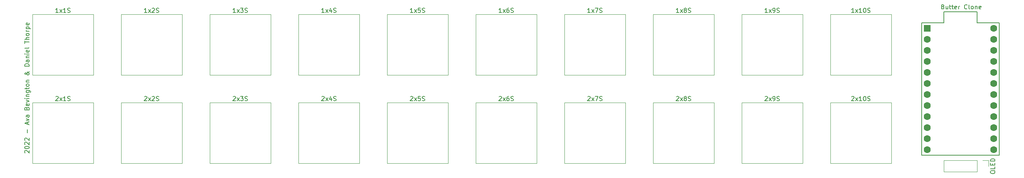
<source format=gbr>
%TF.GenerationSoftware,KiCad,Pcbnew,(6.0.5)*%
%TF.CreationDate,2022-05-21T19:41:19+01:00*%
%TF.ProjectId,ButterStick,42757474-6572-4537-9469-636b2e6b6963,rev?*%
%TF.SameCoordinates,Original*%
%TF.FileFunction,Legend,Top*%
%TF.FilePolarity,Positive*%
%FSLAX46Y46*%
G04 Gerber Fmt 4.6, Leading zero omitted, Abs format (unit mm)*
G04 Created by KiCad (PCBNEW (6.0.5)) date 2022-05-21 19:41:19*
%MOMM*%
%LPD*%
G01*
G04 APERTURE LIST*
%ADD10C,0.150000*%
%ADD11C,0.120000*%
%ADD12R,1.600000X1.600000*%
%ADD13C,1.600000*%
G04 APERTURE END LIST*
D10*
X26897619Y-65532380D02*
X26850000Y-65484761D01*
X26802380Y-65389523D01*
X26802380Y-65151428D01*
X26850000Y-65056190D01*
X26897619Y-65008571D01*
X26992857Y-64960952D01*
X27088095Y-64960952D01*
X27230952Y-65008571D01*
X27802380Y-65580000D01*
X27802380Y-64960952D01*
X26802380Y-64341904D02*
X26802380Y-64246666D01*
X26850000Y-64151428D01*
X26897619Y-64103809D01*
X26992857Y-64056190D01*
X27183333Y-64008571D01*
X27421428Y-64008571D01*
X27611904Y-64056190D01*
X27707142Y-64103809D01*
X27754761Y-64151428D01*
X27802380Y-64246666D01*
X27802380Y-64341904D01*
X27754761Y-64437142D01*
X27707142Y-64484761D01*
X27611904Y-64532380D01*
X27421428Y-64580000D01*
X27183333Y-64580000D01*
X26992857Y-64532380D01*
X26897619Y-64484761D01*
X26850000Y-64437142D01*
X26802380Y-64341904D01*
X26897619Y-63627619D02*
X26850000Y-63580000D01*
X26802380Y-63484761D01*
X26802380Y-63246666D01*
X26850000Y-63151428D01*
X26897619Y-63103809D01*
X26992857Y-63056190D01*
X27088095Y-63056190D01*
X27230952Y-63103809D01*
X27802380Y-63675238D01*
X27802380Y-63056190D01*
X26897619Y-62675238D02*
X26850000Y-62627619D01*
X26802380Y-62532380D01*
X26802380Y-62294285D01*
X26850000Y-62199047D01*
X26897619Y-62151428D01*
X26992857Y-62103809D01*
X27088095Y-62103809D01*
X27230952Y-62151428D01*
X27802380Y-62722857D01*
X27802380Y-62103809D01*
X27421428Y-60913333D02*
X27421428Y-60151428D01*
X27516666Y-58960952D02*
X27516666Y-58484761D01*
X27802380Y-59056190D02*
X26802380Y-58722857D01*
X27802380Y-58389523D01*
X27135714Y-58151428D02*
X27802380Y-57913333D01*
X27135714Y-57675238D01*
X27802380Y-56865714D02*
X27278571Y-56865714D01*
X27183333Y-56913333D01*
X27135714Y-57008571D01*
X27135714Y-57199047D01*
X27183333Y-57294285D01*
X27754761Y-56865714D02*
X27802380Y-56960952D01*
X27802380Y-57199047D01*
X27754761Y-57294285D01*
X27659523Y-57341904D01*
X27564285Y-57341904D01*
X27469047Y-57294285D01*
X27421428Y-57199047D01*
X27421428Y-56960952D01*
X27373809Y-56865714D01*
X27278571Y-55294285D02*
X27326190Y-55151428D01*
X27373809Y-55103809D01*
X27469047Y-55056190D01*
X27611904Y-55056190D01*
X27707142Y-55103809D01*
X27754761Y-55151428D01*
X27802380Y-55246666D01*
X27802380Y-55627619D01*
X26802380Y-55627619D01*
X26802380Y-55294285D01*
X26850000Y-55199047D01*
X26897619Y-55151428D01*
X26992857Y-55103809D01*
X27088095Y-55103809D01*
X27183333Y-55151428D01*
X27230952Y-55199047D01*
X27278571Y-55294285D01*
X27278571Y-55627619D01*
X27754761Y-54246666D02*
X27802380Y-54341904D01*
X27802380Y-54532380D01*
X27754761Y-54627619D01*
X27659523Y-54675238D01*
X27278571Y-54675238D01*
X27183333Y-54627619D01*
X27135714Y-54532380D01*
X27135714Y-54341904D01*
X27183333Y-54246666D01*
X27278571Y-54199047D01*
X27373809Y-54199047D01*
X27469047Y-54675238D01*
X27135714Y-53865714D02*
X27802380Y-53627619D01*
X27135714Y-53389523D01*
X27802380Y-53008571D02*
X27135714Y-53008571D01*
X26802380Y-53008571D02*
X26850000Y-53056190D01*
X26897619Y-53008571D01*
X26850000Y-52960952D01*
X26802380Y-53008571D01*
X26897619Y-53008571D01*
X27135714Y-52532380D02*
X27802380Y-52532380D01*
X27230952Y-52532380D02*
X27183333Y-52484761D01*
X27135714Y-52389523D01*
X27135714Y-52246666D01*
X27183333Y-52151428D01*
X27278571Y-52103809D01*
X27802380Y-52103809D01*
X27135714Y-51199047D02*
X27945238Y-51199047D01*
X28040476Y-51246666D01*
X28088095Y-51294285D01*
X28135714Y-51389523D01*
X28135714Y-51532380D01*
X28088095Y-51627619D01*
X27754761Y-51199047D02*
X27802380Y-51294285D01*
X27802380Y-51484761D01*
X27754761Y-51580000D01*
X27707142Y-51627619D01*
X27611904Y-51675238D01*
X27326190Y-51675238D01*
X27230952Y-51627619D01*
X27183333Y-51580000D01*
X27135714Y-51484761D01*
X27135714Y-51294285D01*
X27183333Y-51199047D01*
X27135714Y-50865714D02*
X27135714Y-50484761D01*
X26802380Y-50722857D02*
X27659523Y-50722857D01*
X27754761Y-50675238D01*
X27802380Y-50580000D01*
X27802380Y-50484761D01*
X27802380Y-50008571D02*
X27754761Y-50103809D01*
X27707142Y-50151428D01*
X27611904Y-50199047D01*
X27326190Y-50199047D01*
X27230952Y-50151428D01*
X27183333Y-50103809D01*
X27135714Y-50008571D01*
X27135714Y-49865714D01*
X27183333Y-49770476D01*
X27230952Y-49722857D01*
X27326190Y-49675238D01*
X27611904Y-49675238D01*
X27707142Y-49722857D01*
X27754761Y-49770476D01*
X27802380Y-49865714D01*
X27802380Y-50008571D01*
X27135714Y-49246666D02*
X27802380Y-49246666D01*
X27230952Y-49246666D02*
X27183333Y-49199047D01*
X27135714Y-49103809D01*
X27135714Y-48960952D01*
X27183333Y-48865714D01*
X27278571Y-48818095D01*
X27802380Y-48818095D01*
X27802380Y-46770476D02*
X27802380Y-46818095D01*
X27754761Y-46913333D01*
X27611904Y-47056190D01*
X27326190Y-47294285D01*
X27183333Y-47389523D01*
X27040476Y-47437142D01*
X26945238Y-47437142D01*
X26850000Y-47389523D01*
X26802380Y-47294285D01*
X26802380Y-47246666D01*
X26850000Y-47151428D01*
X26945238Y-47103809D01*
X26992857Y-47103809D01*
X27088095Y-47151428D01*
X27135714Y-47199047D01*
X27326190Y-47484761D01*
X27373809Y-47532380D01*
X27469047Y-47580000D01*
X27611904Y-47580000D01*
X27707142Y-47532380D01*
X27754761Y-47484761D01*
X27802380Y-47389523D01*
X27802380Y-47246666D01*
X27754761Y-47151428D01*
X27707142Y-47103809D01*
X27516666Y-46960952D01*
X27373809Y-46913333D01*
X27278571Y-46913333D01*
X27802380Y-45580000D02*
X26802380Y-45580000D01*
X26802380Y-45341904D01*
X26850000Y-45199047D01*
X26945238Y-45103809D01*
X27040476Y-45056190D01*
X27230952Y-45008571D01*
X27373809Y-45008571D01*
X27564285Y-45056190D01*
X27659523Y-45103809D01*
X27754761Y-45199047D01*
X27802380Y-45341904D01*
X27802380Y-45580000D01*
X27802380Y-44151428D02*
X27278571Y-44151428D01*
X27183333Y-44199047D01*
X27135714Y-44294285D01*
X27135714Y-44484761D01*
X27183333Y-44580000D01*
X27754761Y-44151428D02*
X27802380Y-44246666D01*
X27802380Y-44484761D01*
X27754761Y-44580000D01*
X27659523Y-44627619D01*
X27564285Y-44627619D01*
X27469047Y-44580000D01*
X27421428Y-44484761D01*
X27421428Y-44246666D01*
X27373809Y-44151428D01*
X27135714Y-43675238D02*
X27802380Y-43675238D01*
X27230952Y-43675238D02*
X27183333Y-43627619D01*
X27135714Y-43532380D01*
X27135714Y-43389523D01*
X27183333Y-43294285D01*
X27278571Y-43246666D01*
X27802380Y-43246666D01*
X27802380Y-42770476D02*
X27135714Y-42770476D01*
X26802380Y-42770476D02*
X26850000Y-42818095D01*
X26897619Y-42770476D01*
X26850000Y-42722857D01*
X26802380Y-42770476D01*
X26897619Y-42770476D01*
X27754761Y-41913333D02*
X27802380Y-42008571D01*
X27802380Y-42199047D01*
X27754761Y-42294285D01*
X27659523Y-42341904D01*
X27278571Y-42341904D01*
X27183333Y-42294285D01*
X27135714Y-42199047D01*
X27135714Y-42008571D01*
X27183333Y-41913333D01*
X27278571Y-41865714D01*
X27373809Y-41865714D01*
X27469047Y-42341904D01*
X27802380Y-41294285D02*
X27754761Y-41389523D01*
X27659523Y-41437142D01*
X26802380Y-41437142D01*
X26802380Y-40294285D02*
X26802380Y-39722857D01*
X27802380Y-40008571D02*
X26802380Y-40008571D01*
X27802380Y-39389523D02*
X26802380Y-39389523D01*
X27802380Y-38960952D02*
X27278571Y-38960952D01*
X27183333Y-39008571D01*
X27135714Y-39103809D01*
X27135714Y-39246666D01*
X27183333Y-39341904D01*
X27230952Y-39389523D01*
X27802380Y-38341904D02*
X27754761Y-38437142D01*
X27707142Y-38484761D01*
X27611904Y-38532380D01*
X27326190Y-38532380D01*
X27230952Y-38484761D01*
X27183333Y-38437142D01*
X27135714Y-38341904D01*
X27135714Y-38199047D01*
X27183333Y-38103809D01*
X27230952Y-38056190D01*
X27326190Y-38008571D01*
X27611904Y-38008571D01*
X27707142Y-38056190D01*
X27754761Y-38103809D01*
X27802380Y-38199047D01*
X27802380Y-38341904D01*
X27802380Y-37580000D02*
X27135714Y-37580000D01*
X27326190Y-37580000D02*
X27230952Y-37532380D01*
X27183333Y-37484761D01*
X27135714Y-37389523D01*
X27135714Y-37294285D01*
X27135714Y-36960952D02*
X28135714Y-36960952D01*
X27183333Y-36960952D02*
X27135714Y-36865714D01*
X27135714Y-36675238D01*
X27183333Y-36580000D01*
X27230952Y-36532380D01*
X27326190Y-36484761D01*
X27611904Y-36484761D01*
X27707142Y-36532380D01*
X27754761Y-36580000D01*
X27802380Y-36675238D01*
X27802380Y-36865714D01*
X27754761Y-36960952D01*
X27754761Y-35675238D02*
X27802380Y-35770476D01*
X27802380Y-35960952D01*
X27754761Y-36056190D01*
X27659523Y-36103809D01*
X27278571Y-36103809D01*
X27183333Y-36056190D01*
X27135714Y-35960952D01*
X27135714Y-35770476D01*
X27183333Y-35675238D01*
X27278571Y-35627619D01*
X27373809Y-35627619D01*
X27469047Y-36103809D01*
X237263333Y-31888571D02*
X237406190Y-31936190D01*
X237453809Y-31983809D01*
X237501428Y-32079047D01*
X237501428Y-32221904D01*
X237453809Y-32317142D01*
X237406190Y-32364761D01*
X237310952Y-32412380D01*
X236930000Y-32412380D01*
X236930000Y-31412380D01*
X237263333Y-31412380D01*
X237358571Y-31460000D01*
X237406190Y-31507619D01*
X237453809Y-31602857D01*
X237453809Y-31698095D01*
X237406190Y-31793333D01*
X237358571Y-31840952D01*
X237263333Y-31888571D01*
X236930000Y-31888571D01*
X238358571Y-31745714D02*
X238358571Y-32412380D01*
X237930000Y-31745714D02*
X237930000Y-32269523D01*
X237977619Y-32364761D01*
X238072857Y-32412380D01*
X238215714Y-32412380D01*
X238310952Y-32364761D01*
X238358571Y-32317142D01*
X238691904Y-31745714D02*
X239072857Y-31745714D01*
X238834761Y-31412380D02*
X238834761Y-32269523D01*
X238882380Y-32364761D01*
X238977619Y-32412380D01*
X239072857Y-32412380D01*
X239263333Y-31745714D02*
X239644285Y-31745714D01*
X239406190Y-31412380D02*
X239406190Y-32269523D01*
X239453809Y-32364761D01*
X239549047Y-32412380D01*
X239644285Y-32412380D01*
X240358571Y-32364761D02*
X240263333Y-32412380D01*
X240072857Y-32412380D01*
X239977619Y-32364761D01*
X239930000Y-32269523D01*
X239930000Y-31888571D01*
X239977619Y-31793333D01*
X240072857Y-31745714D01*
X240263333Y-31745714D01*
X240358571Y-31793333D01*
X240406190Y-31888571D01*
X240406190Y-31983809D01*
X239930000Y-32079047D01*
X240834761Y-32412380D02*
X240834761Y-31745714D01*
X240834761Y-31936190D02*
X240882380Y-31840952D01*
X240930000Y-31793333D01*
X241025238Y-31745714D01*
X241120476Y-31745714D01*
X242787142Y-32317142D02*
X242739523Y-32364761D01*
X242596666Y-32412380D01*
X242501428Y-32412380D01*
X242358571Y-32364761D01*
X242263333Y-32269523D01*
X242215714Y-32174285D01*
X242168095Y-31983809D01*
X242168095Y-31840952D01*
X242215714Y-31650476D01*
X242263333Y-31555238D01*
X242358571Y-31460000D01*
X242501428Y-31412380D01*
X242596666Y-31412380D01*
X242739523Y-31460000D01*
X242787142Y-31507619D01*
X243358571Y-32412380D02*
X243263333Y-32364761D01*
X243215714Y-32269523D01*
X243215714Y-31412380D01*
X243882380Y-32412380D02*
X243787142Y-32364761D01*
X243739523Y-32317142D01*
X243691904Y-32221904D01*
X243691904Y-31936190D01*
X243739523Y-31840952D01*
X243787142Y-31793333D01*
X243882380Y-31745714D01*
X244025238Y-31745714D01*
X244120476Y-31793333D01*
X244168095Y-31840952D01*
X244215714Y-31936190D01*
X244215714Y-32221904D01*
X244168095Y-32317142D01*
X244120476Y-32364761D01*
X244025238Y-32412380D01*
X243882380Y-32412380D01*
X244644285Y-31745714D02*
X244644285Y-32412380D01*
X244644285Y-31840952D02*
X244691904Y-31793333D01*
X244787142Y-31745714D01*
X244930000Y-31745714D01*
X245025238Y-31793333D01*
X245072857Y-31888571D01*
X245072857Y-32412380D01*
X245930000Y-32364761D02*
X245834761Y-32412380D01*
X245644285Y-32412380D01*
X245549047Y-32364761D01*
X245501428Y-32269523D01*
X245501428Y-31888571D01*
X245549047Y-31793333D01*
X245644285Y-31745714D01*
X245834761Y-31745714D01*
X245930000Y-31793333D01*
X245977619Y-31888571D01*
X245977619Y-31983809D01*
X245501428Y-32079047D01*
%TO.C,OLED*%
X248162380Y-70032380D02*
X248162380Y-69841904D01*
X248210000Y-69746666D01*
X248305238Y-69651428D01*
X248495714Y-69603809D01*
X248829047Y-69603809D01*
X249019523Y-69651428D01*
X249114761Y-69746666D01*
X249162380Y-69841904D01*
X249162380Y-70032380D01*
X249114761Y-70127619D01*
X249019523Y-70222857D01*
X248829047Y-70270476D01*
X248495714Y-70270476D01*
X248305238Y-70222857D01*
X248210000Y-70127619D01*
X248162380Y-70032380D01*
X249162380Y-68699047D02*
X249162380Y-69175238D01*
X248162380Y-69175238D01*
X248638571Y-68365714D02*
X248638571Y-68032380D01*
X249162380Y-67889523D02*
X249162380Y-68365714D01*
X248162380Y-68365714D01*
X248162380Y-67889523D01*
X249162380Y-67460952D02*
X248162380Y-67460952D01*
X248162380Y-67222857D01*
X248210000Y-67080000D01*
X248305238Y-66984761D01*
X248400476Y-66937142D01*
X248590952Y-66889523D01*
X248733809Y-66889523D01*
X248924285Y-66937142D01*
X249019523Y-66984761D01*
X249114761Y-67080000D01*
X249162380Y-67222857D01*
X249162380Y-67460952D01*
%TO.C,1x10S*%
X216892380Y-33218380D02*
X216320952Y-33218380D01*
X216606666Y-33218380D02*
X216606666Y-32218380D01*
X216511428Y-32361238D01*
X216416190Y-32456476D01*
X216320952Y-32504095D01*
X217225714Y-33218380D02*
X217749523Y-32551714D01*
X217225714Y-32551714D02*
X217749523Y-33218380D01*
X218654285Y-33218380D02*
X218082857Y-33218380D01*
X218368571Y-33218380D02*
X218368571Y-32218380D01*
X218273333Y-32361238D01*
X218178095Y-32456476D01*
X218082857Y-32504095D01*
X219273333Y-32218380D02*
X219368571Y-32218380D01*
X219463809Y-32266000D01*
X219511428Y-32313619D01*
X219559047Y-32408857D01*
X219606666Y-32599333D01*
X219606666Y-32837428D01*
X219559047Y-33027904D01*
X219511428Y-33123142D01*
X219463809Y-33170761D01*
X219368571Y-33218380D01*
X219273333Y-33218380D01*
X219178095Y-33170761D01*
X219130476Y-33123142D01*
X219082857Y-33027904D01*
X219035238Y-32837428D01*
X219035238Y-32599333D01*
X219082857Y-32408857D01*
X219130476Y-32313619D01*
X219178095Y-32266000D01*
X219273333Y-32218380D01*
X219987619Y-33170761D02*
X220130476Y-33218380D01*
X220368571Y-33218380D01*
X220463809Y-33170761D01*
X220511428Y-33123142D01*
X220559047Y-33027904D01*
X220559047Y-32932666D01*
X220511428Y-32837428D01*
X220463809Y-32789809D01*
X220368571Y-32742190D01*
X220178095Y-32694571D01*
X220082857Y-32646952D01*
X220035238Y-32599333D01*
X219987619Y-32504095D01*
X219987619Y-32408857D01*
X220035238Y-32313619D01*
X220082857Y-32266000D01*
X220178095Y-32218380D01*
X220416190Y-32218380D01*
X220559047Y-32266000D01*
%TO.C,2x7S*%
X155837142Y-52633619D02*
X155884761Y-52586000D01*
X155980000Y-52538380D01*
X156218095Y-52538380D01*
X156313333Y-52586000D01*
X156360952Y-52633619D01*
X156408571Y-52728857D01*
X156408571Y-52824095D01*
X156360952Y-52966952D01*
X155789523Y-53538380D01*
X156408571Y-53538380D01*
X156741904Y-53538380D02*
X157265714Y-52871714D01*
X156741904Y-52871714D02*
X157265714Y-53538380D01*
X157551428Y-52538380D02*
X158218095Y-52538380D01*
X157789523Y-53538380D01*
X158551428Y-53490761D02*
X158694285Y-53538380D01*
X158932380Y-53538380D01*
X159027619Y-53490761D01*
X159075238Y-53443142D01*
X159122857Y-53347904D01*
X159122857Y-53252666D01*
X159075238Y-53157428D01*
X159027619Y-53109809D01*
X158932380Y-53062190D01*
X158741904Y-53014571D01*
X158646666Y-52966952D01*
X158599047Y-52919333D01*
X158551428Y-52824095D01*
X158551428Y-52728857D01*
X158599047Y-52633619D01*
X158646666Y-52586000D01*
X158741904Y-52538380D01*
X158980000Y-52538380D01*
X159122857Y-52586000D01*
%TO.C,2x10S*%
X216320952Y-52633619D02*
X216368571Y-52586000D01*
X216463809Y-52538380D01*
X216701904Y-52538380D01*
X216797142Y-52586000D01*
X216844761Y-52633619D01*
X216892380Y-52728857D01*
X216892380Y-52824095D01*
X216844761Y-52966952D01*
X216273333Y-53538380D01*
X216892380Y-53538380D01*
X217225714Y-53538380D02*
X217749523Y-52871714D01*
X217225714Y-52871714D02*
X217749523Y-53538380D01*
X218654285Y-53538380D02*
X218082857Y-53538380D01*
X218368571Y-53538380D02*
X218368571Y-52538380D01*
X218273333Y-52681238D01*
X218178095Y-52776476D01*
X218082857Y-52824095D01*
X219273333Y-52538380D02*
X219368571Y-52538380D01*
X219463809Y-52586000D01*
X219511428Y-52633619D01*
X219559047Y-52728857D01*
X219606666Y-52919333D01*
X219606666Y-53157428D01*
X219559047Y-53347904D01*
X219511428Y-53443142D01*
X219463809Y-53490761D01*
X219368571Y-53538380D01*
X219273333Y-53538380D01*
X219178095Y-53490761D01*
X219130476Y-53443142D01*
X219082857Y-53347904D01*
X219035238Y-53157428D01*
X219035238Y-52919333D01*
X219082857Y-52728857D01*
X219130476Y-52633619D01*
X219178095Y-52586000D01*
X219273333Y-52538380D01*
X219987619Y-53490761D02*
X220130476Y-53538380D01*
X220368571Y-53538380D01*
X220463809Y-53490761D01*
X220511428Y-53443142D01*
X220559047Y-53347904D01*
X220559047Y-53252666D01*
X220511428Y-53157428D01*
X220463809Y-53109809D01*
X220368571Y-53062190D01*
X220178095Y-53014571D01*
X220082857Y-52966952D01*
X220035238Y-52919333D01*
X219987619Y-52824095D01*
X219987619Y-52728857D01*
X220035238Y-52633619D01*
X220082857Y-52586000D01*
X220178095Y-52538380D01*
X220416190Y-52538380D01*
X220559047Y-52586000D01*
%TO.C,2x1S*%
X33917142Y-52633619D02*
X33964761Y-52586000D01*
X34060000Y-52538380D01*
X34298095Y-52538380D01*
X34393333Y-52586000D01*
X34440952Y-52633619D01*
X34488571Y-52728857D01*
X34488571Y-52824095D01*
X34440952Y-52966952D01*
X33869523Y-53538380D01*
X34488571Y-53538380D01*
X34821904Y-53538380D02*
X35345714Y-52871714D01*
X34821904Y-52871714D02*
X35345714Y-53538380D01*
X36250476Y-53538380D02*
X35679047Y-53538380D01*
X35964761Y-53538380D02*
X35964761Y-52538380D01*
X35869523Y-52681238D01*
X35774285Y-52776476D01*
X35679047Y-52824095D01*
X36631428Y-53490761D02*
X36774285Y-53538380D01*
X37012380Y-53538380D01*
X37107619Y-53490761D01*
X37155238Y-53443142D01*
X37202857Y-53347904D01*
X37202857Y-53252666D01*
X37155238Y-53157428D01*
X37107619Y-53109809D01*
X37012380Y-53062190D01*
X36821904Y-53014571D01*
X36726666Y-52966952D01*
X36679047Y-52919333D01*
X36631428Y-52824095D01*
X36631428Y-52728857D01*
X36679047Y-52633619D01*
X36726666Y-52586000D01*
X36821904Y-52538380D01*
X37060000Y-52538380D01*
X37202857Y-52586000D01*
%TO.C,2x4S*%
X94877142Y-52633619D02*
X94924761Y-52586000D01*
X95020000Y-52538380D01*
X95258095Y-52538380D01*
X95353333Y-52586000D01*
X95400952Y-52633619D01*
X95448571Y-52728857D01*
X95448571Y-52824095D01*
X95400952Y-52966952D01*
X94829523Y-53538380D01*
X95448571Y-53538380D01*
X95781904Y-53538380D02*
X96305714Y-52871714D01*
X95781904Y-52871714D02*
X96305714Y-53538380D01*
X97115238Y-52871714D02*
X97115238Y-53538380D01*
X96877142Y-52490761D02*
X96639047Y-53205047D01*
X97258095Y-53205047D01*
X97591428Y-53490761D02*
X97734285Y-53538380D01*
X97972380Y-53538380D01*
X98067619Y-53490761D01*
X98115238Y-53443142D01*
X98162857Y-53347904D01*
X98162857Y-53252666D01*
X98115238Y-53157428D01*
X98067619Y-53109809D01*
X97972380Y-53062190D01*
X97781904Y-53014571D01*
X97686666Y-52966952D01*
X97639047Y-52919333D01*
X97591428Y-52824095D01*
X97591428Y-52728857D01*
X97639047Y-52633619D01*
X97686666Y-52586000D01*
X97781904Y-52538380D01*
X98020000Y-52538380D01*
X98162857Y-52586000D01*
%TO.C,2x2S*%
X54237142Y-52633619D02*
X54284761Y-52586000D01*
X54380000Y-52538380D01*
X54618095Y-52538380D01*
X54713333Y-52586000D01*
X54760952Y-52633619D01*
X54808571Y-52728857D01*
X54808571Y-52824095D01*
X54760952Y-52966952D01*
X54189523Y-53538380D01*
X54808571Y-53538380D01*
X55141904Y-53538380D02*
X55665714Y-52871714D01*
X55141904Y-52871714D02*
X55665714Y-53538380D01*
X55999047Y-52633619D02*
X56046666Y-52586000D01*
X56141904Y-52538380D01*
X56380000Y-52538380D01*
X56475238Y-52586000D01*
X56522857Y-52633619D01*
X56570476Y-52728857D01*
X56570476Y-52824095D01*
X56522857Y-52966952D01*
X55951428Y-53538380D01*
X56570476Y-53538380D01*
X56951428Y-53490761D02*
X57094285Y-53538380D01*
X57332380Y-53538380D01*
X57427619Y-53490761D01*
X57475238Y-53443142D01*
X57522857Y-53347904D01*
X57522857Y-53252666D01*
X57475238Y-53157428D01*
X57427619Y-53109809D01*
X57332380Y-53062190D01*
X57141904Y-53014571D01*
X57046666Y-52966952D01*
X56999047Y-52919333D01*
X56951428Y-52824095D01*
X56951428Y-52728857D01*
X56999047Y-52633619D01*
X57046666Y-52586000D01*
X57141904Y-52538380D01*
X57380000Y-52538380D01*
X57522857Y-52586000D01*
%TO.C,2x3S*%
X74557142Y-52633619D02*
X74604761Y-52586000D01*
X74700000Y-52538380D01*
X74938095Y-52538380D01*
X75033333Y-52586000D01*
X75080952Y-52633619D01*
X75128571Y-52728857D01*
X75128571Y-52824095D01*
X75080952Y-52966952D01*
X74509523Y-53538380D01*
X75128571Y-53538380D01*
X75461904Y-53538380D02*
X75985714Y-52871714D01*
X75461904Y-52871714D02*
X75985714Y-53538380D01*
X76271428Y-52538380D02*
X76890476Y-52538380D01*
X76557142Y-52919333D01*
X76700000Y-52919333D01*
X76795238Y-52966952D01*
X76842857Y-53014571D01*
X76890476Y-53109809D01*
X76890476Y-53347904D01*
X76842857Y-53443142D01*
X76795238Y-53490761D01*
X76700000Y-53538380D01*
X76414285Y-53538380D01*
X76319047Y-53490761D01*
X76271428Y-53443142D01*
X77271428Y-53490761D02*
X77414285Y-53538380D01*
X77652380Y-53538380D01*
X77747619Y-53490761D01*
X77795238Y-53443142D01*
X77842857Y-53347904D01*
X77842857Y-53252666D01*
X77795238Y-53157428D01*
X77747619Y-53109809D01*
X77652380Y-53062190D01*
X77461904Y-53014571D01*
X77366666Y-52966952D01*
X77319047Y-52919333D01*
X77271428Y-52824095D01*
X77271428Y-52728857D01*
X77319047Y-52633619D01*
X77366666Y-52586000D01*
X77461904Y-52538380D01*
X77700000Y-52538380D01*
X77842857Y-52586000D01*
%TO.C,2x5S*%
X115197142Y-52633619D02*
X115244761Y-52586000D01*
X115340000Y-52538380D01*
X115578095Y-52538380D01*
X115673333Y-52586000D01*
X115720952Y-52633619D01*
X115768571Y-52728857D01*
X115768571Y-52824095D01*
X115720952Y-52966952D01*
X115149523Y-53538380D01*
X115768571Y-53538380D01*
X116101904Y-53538380D02*
X116625714Y-52871714D01*
X116101904Y-52871714D02*
X116625714Y-53538380D01*
X117482857Y-52538380D02*
X117006666Y-52538380D01*
X116959047Y-53014571D01*
X117006666Y-52966952D01*
X117101904Y-52919333D01*
X117340000Y-52919333D01*
X117435238Y-52966952D01*
X117482857Y-53014571D01*
X117530476Y-53109809D01*
X117530476Y-53347904D01*
X117482857Y-53443142D01*
X117435238Y-53490761D01*
X117340000Y-53538380D01*
X117101904Y-53538380D01*
X117006666Y-53490761D01*
X116959047Y-53443142D01*
X117911428Y-53490761D02*
X118054285Y-53538380D01*
X118292380Y-53538380D01*
X118387619Y-53490761D01*
X118435238Y-53443142D01*
X118482857Y-53347904D01*
X118482857Y-53252666D01*
X118435238Y-53157428D01*
X118387619Y-53109809D01*
X118292380Y-53062190D01*
X118101904Y-53014571D01*
X118006666Y-52966952D01*
X117959047Y-52919333D01*
X117911428Y-52824095D01*
X117911428Y-52728857D01*
X117959047Y-52633619D01*
X118006666Y-52586000D01*
X118101904Y-52538380D01*
X118340000Y-52538380D01*
X118482857Y-52586000D01*
%TO.C,2x9S*%
X196477142Y-52633619D02*
X196524761Y-52586000D01*
X196620000Y-52538380D01*
X196858095Y-52538380D01*
X196953333Y-52586000D01*
X197000952Y-52633619D01*
X197048571Y-52728857D01*
X197048571Y-52824095D01*
X197000952Y-52966952D01*
X196429523Y-53538380D01*
X197048571Y-53538380D01*
X197381904Y-53538380D02*
X197905714Y-52871714D01*
X197381904Y-52871714D02*
X197905714Y-53538380D01*
X198334285Y-53538380D02*
X198524761Y-53538380D01*
X198620000Y-53490761D01*
X198667619Y-53443142D01*
X198762857Y-53300285D01*
X198810476Y-53109809D01*
X198810476Y-52728857D01*
X198762857Y-52633619D01*
X198715238Y-52586000D01*
X198620000Y-52538380D01*
X198429523Y-52538380D01*
X198334285Y-52586000D01*
X198286666Y-52633619D01*
X198239047Y-52728857D01*
X198239047Y-52966952D01*
X198286666Y-53062190D01*
X198334285Y-53109809D01*
X198429523Y-53157428D01*
X198620000Y-53157428D01*
X198715238Y-53109809D01*
X198762857Y-53062190D01*
X198810476Y-52966952D01*
X199191428Y-53490761D02*
X199334285Y-53538380D01*
X199572380Y-53538380D01*
X199667619Y-53490761D01*
X199715238Y-53443142D01*
X199762857Y-53347904D01*
X199762857Y-53252666D01*
X199715238Y-53157428D01*
X199667619Y-53109809D01*
X199572380Y-53062190D01*
X199381904Y-53014571D01*
X199286666Y-52966952D01*
X199239047Y-52919333D01*
X199191428Y-52824095D01*
X199191428Y-52728857D01*
X199239047Y-52633619D01*
X199286666Y-52586000D01*
X199381904Y-52538380D01*
X199620000Y-52538380D01*
X199762857Y-52586000D01*
%TO.C,2x8S*%
X176157142Y-52633619D02*
X176204761Y-52586000D01*
X176300000Y-52538380D01*
X176538095Y-52538380D01*
X176633333Y-52586000D01*
X176680952Y-52633619D01*
X176728571Y-52728857D01*
X176728571Y-52824095D01*
X176680952Y-52966952D01*
X176109523Y-53538380D01*
X176728571Y-53538380D01*
X177061904Y-53538380D02*
X177585714Y-52871714D01*
X177061904Y-52871714D02*
X177585714Y-53538380D01*
X178109523Y-52966952D02*
X178014285Y-52919333D01*
X177966666Y-52871714D01*
X177919047Y-52776476D01*
X177919047Y-52728857D01*
X177966666Y-52633619D01*
X178014285Y-52586000D01*
X178109523Y-52538380D01*
X178300000Y-52538380D01*
X178395238Y-52586000D01*
X178442857Y-52633619D01*
X178490476Y-52728857D01*
X178490476Y-52776476D01*
X178442857Y-52871714D01*
X178395238Y-52919333D01*
X178300000Y-52966952D01*
X178109523Y-52966952D01*
X178014285Y-53014571D01*
X177966666Y-53062190D01*
X177919047Y-53157428D01*
X177919047Y-53347904D01*
X177966666Y-53443142D01*
X178014285Y-53490761D01*
X178109523Y-53538380D01*
X178300000Y-53538380D01*
X178395238Y-53490761D01*
X178442857Y-53443142D01*
X178490476Y-53347904D01*
X178490476Y-53157428D01*
X178442857Y-53062190D01*
X178395238Y-53014571D01*
X178300000Y-52966952D01*
X178871428Y-53490761D02*
X179014285Y-53538380D01*
X179252380Y-53538380D01*
X179347619Y-53490761D01*
X179395238Y-53443142D01*
X179442857Y-53347904D01*
X179442857Y-53252666D01*
X179395238Y-53157428D01*
X179347619Y-53109809D01*
X179252380Y-53062190D01*
X179061904Y-53014571D01*
X178966666Y-52966952D01*
X178919047Y-52919333D01*
X178871428Y-52824095D01*
X178871428Y-52728857D01*
X178919047Y-52633619D01*
X178966666Y-52586000D01*
X179061904Y-52538380D01*
X179300000Y-52538380D01*
X179442857Y-52586000D01*
%TO.C,2x6S*%
X135517142Y-52633619D02*
X135564761Y-52586000D01*
X135660000Y-52538380D01*
X135898095Y-52538380D01*
X135993333Y-52586000D01*
X136040952Y-52633619D01*
X136088571Y-52728857D01*
X136088571Y-52824095D01*
X136040952Y-52966952D01*
X135469523Y-53538380D01*
X136088571Y-53538380D01*
X136421904Y-53538380D02*
X136945714Y-52871714D01*
X136421904Y-52871714D02*
X136945714Y-53538380D01*
X137755238Y-52538380D02*
X137564761Y-52538380D01*
X137469523Y-52586000D01*
X137421904Y-52633619D01*
X137326666Y-52776476D01*
X137279047Y-52966952D01*
X137279047Y-53347904D01*
X137326666Y-53443142D01*
X137374285Y-53490761D01*
X137469523Y-53538380D01*
X137660000Y-53538380D01*
X137755238Y-53490761D01*
X137802857Y-53443142D01*
X137850476Y-53347904D01*
X137850476Y-53109809D01*
X137802857Y-53014571D01*
X137755238Y-52966952D01*
X137660000Y-52919333D01*
X137469523Y-52919333D01*
X137374285Y-52966952D01*
X137326666Y-53014571D01*
X137279047Y-53109809D01*
X138231428Y-53490761D02*
X138374285Y-53538380D01*
X138612380Y-53538380D01*
X138707619Y-53490761D01*
X138755238Y-53443142D01*
X138802857Y-53347904D01*
X138802857Y-53252666D01*
X138755238Y-53157428D01*
X138707619Y-53109809D01*
X138612380Y-53062190D01*
X138421904Y-53014571D01*
X138326666Y-52966952D01*
X138279047Y-52919333D01*
X138231428Y-52824095D01*
X138231428Y-52728857D01*
X138279047Y-52633619D01*
X138326666Y-52586000D01*
X138421904Y-52538380D01*
X138660000Y-52538380D01*
X138802857Y-52586000D01*
%TO.C,1x6S*%
X136088571Y-33218380D02*
X135517142Y-33218380D01*
X135802857Y-33218380D02*
X135802857Y-32218380D01*
X135707619Y-32361238D01*
X135612380Y-32456476D01*
X135517142Y-32504095D01*
X136421904Y-33218380D02*
X136945714Y-32551714D01*
X136421904Y-32551714D02*
X136945714Y-33218380D01*
X137755238Y-32218380D02*
X137564761Y-32218380D01*
X137469523Y-32266000D01*
X137421904Y-32313619D01*
X137326666Y-32456476D01*
X137279047Y-32646952D01*
X137279047Y-33027904D01*
X137326666Y-33123142D01*
X137374285Y-33170761D01*
X137469523Y-33218380D01*
X137660000Y-33218380D01*
X137755238Y-33170761D01*
X137802857Y-33123142D01*
X137850476Y-33027904D01*
X137850476Y-32789809D01*
X137802857Y-32694571D01*
X137755238Y-32646952D01*
X137660000Y-32599333D01*
X137469523Y-32599333D01*
X137374285Y-32646952D01*
X137326666Y-32694571D01*
X137279047Y-32789809D01*
X138231428Y-33170761D02*
X138374285Y-33218380D01*
X138612380Y-33218380D01*
X138707619Y-33170761D01*
X138755238Y-33123142D01*
X138802857Y-33027904D01*
X138802857Y-32932666D01*
X138755238Y-32837428D01*
X138707619Y-32789809D01*
X138612380Y-32742190D01*
X138421904Y-32694571D01*
X138326666Y-32646952D01*
X138279047Y-32599333D01*
X138231428Y-32504095D01*
X138231428Y-32408857D01*
X138279047Y-32313619D01*
X138326666Y-32266000D01*
X138421904Y-32218380D01*
X138660000Y-32218380D01*
X138802857Y-32266000D01*
%TO.C,1x9S*%
X197048571Y-33218380D02*
X196477142Y-33218380D01*
X196762857Y-33218380D02*
X196762857Y-32218380D01*
X196667619Y-32361238D01*
X196572380Y-32456476D01*
X196477142Y-32504095D01*
X197381904Y-33218380D02*
X197905714Y-32551714D01*
X197381904Y-32551714D02*
X197905714Y-33218380D01*
X198334285Y-33218380D02*
X198524761Y-33218380D01*
X198620000Y-33170761D01*
X198667619Y-33123142D01*
X198762857Y-32980285D01*
X198810476Y-32789809D01*
X198810476Y-32408857D01*
X198762857Y-32313619D01*
X198715238Y-32266000D01*
X198620000Y-32218380D01*
X198429523Y-32218380D01*
X198334285Y-32266000D01*
X198286666Y-32313619D01*
X198239047Y-32408857D01*
X198239047Y-32646952D01*
X198286666Y-32742190D01*
X198334285Y-32789809D01*
X198429523Y-32837428D01*
X198620000Y-32837428D01*
X198715238Y-32789809D01*
X198762857Y-32742190D01*
X198810476Y-32646952D01*
X199191428Y-33170761D02*
X199334285Y-33218380D01*
X199572380Y-33218380D01*
X199667619Y-33170761D01*
X199715238Y-33123142D01*
X199762857Y-33027904D01*
X199762857Y-32932666D01*
X199715238Y-32837428D01*
X199667619Y-32789809D01*
X199572380Y-32742190D01*
X199381904Y-32694571D01*
X199286666Y-32646952D01*
X199239047Y-32599333D01*
X199191428Y-32504095D01*
X199191428Y-32408857D01*
X199239047Y-32313619D01*
X199286666Y-32266000D01*
X199381904Y-32218380D01*
X199620000Y-32218380D01*
X199762857Y-32266000D01*
%TO.C,1x7S*%
X156408571Y-33218380D02*
X155837142Y-33218380D01*
X156122857Y-33218380D02*
X156122857Y-32218380D01*
X156027619Y-32361238D01*
X155932380Y-32456476D01*
X155837142Y-32504095D01*
X156741904Y-33218380D02*
X157265714Y-32551714D01*
X156741904Y-32551714D02*
X157265714Y-33218380D01*
X157551428Y-32218380D02*
X158218095Y-32218380D01*
X157789523Y-33218380D01*
X158551428Y-33170761D02*
X158694285Y-33218380D01*
X158932380Y-33218380D01*
X159027619Y-33170761D01*
X159075238Y-33123142D01*
X159122857Y-33027904D01*
X159122857Y-32932666D01*
X159075238Y-32837428D01*
X159027619Y-32789809D01*
X158932380Y-32742190D01*
X158741904Y-32694571D01*
X158646666Y-32646952D01*
X158599047Y-32599333D01*
X158551428Y-32504095D01*
X158551428Y-32408857D01*
X158599047Y-32313619D01*
X158646666Y-32266000D01*
X158741904Y-32218380D01*
X158980000Y-32218380D01*
X159122857Y-32266000D01*
%TO.C,1x8S*%
X176728571Y-33218380D02*
X176157142Y-33218380D01*
X176442857Y-33218380D02*
X176442857Y-32218380D01*
X176347619Y-32361238D01*
X176252380Y-32456476D01*
X176157142Y-32504095D01*
X177061904Y-33218380D02*
X177585714Y-32551714D01*
X177061904Y-32551714D02*
X177585714Y-33218380D01*
X178109523Y-32646952D02*
X178014285Y-32599333D01*
X177966666Y-32551714D01*
X177919047Y-32456476D01*
X177919047Y-32408857D01*
X177966666Y-32313619D01*
X178014285Y-32266000D01*
X178109523Y-32218380D01*
X178300000Y-32218380D01*
X178395238Y-32266000D01*
X178442857Y-32313619D01*
X178490476Y-32408857D01*
X178490476Y-32456476D01*
X178442857Y-32551714D01*
X178395238Y-32599333D01*
X178300000Y-32646952D01*
X178109523Y-32646952D01*
X178014285Y-32694571D01*
X177966666Y-32742190D01*
X177919047Y-32837428D01*
X177919047Y-33027904D01*
X177966666Y-33123142D01*
X178014285Y-33170761D01*
X178109523Y-33218380D01*
X178300000Y-33218380D01*
X178395238Y-33170761D01*
X178442857Y-33123142D01*
X178490476Y-33027904D01*
X178490476Y-32837428D01*
X178442857Y-32742190D01*
X178395238Y-32694571D01*
X178300000Y-32646952D01*
X178871428Y-33170761D02*
X179014285Y-33218380D01*
X179252380Y-33218380D01*
X179347619Y-33170761D01*
X179395238Y-33123142D01*
X179442857Y-33027904D01*
X179442857Y-32932666D01*
X179395238Y-32837428D01*
X179347619Y-32789809D01*
X179252380Y-32742190D01*
X179061904Y-32694571D01*
X178966666Y-32646952D01*
X178919047Y-32599333D01*
X178871428Y-32504095D01*
X178871428Y-32408857D01*
X178919047Y-32313619D01*
X178966666Y-32266000D01*
X179061904Y-32218380D01*
X179300000Y-32218380D01*
X179442857Y-32266000D01*
%TO.C,1x5S*%
X115768571Y-33218380D02*
X115197142Y-33218380D01*
X115482857Y-33218380D02*
X115482857Y-32218380D01*
X115387619Y-32361238D01*
X115292380Y-32456476D01*
X115197142Y-32504095D01*
X116101904Y-33218380D02*
X116625714Y-32551714D01*
X116101904Y-32551714D02*
X116625714Y-33218380D01*
X117482857Y-32218380D02*
X117006666Y-32218380D01*
X116959047Y-32694571D01*
X117006666Y-32646952D01*
X117101904Y-32599333D01*
X117340000Y-32599333D01*
X117435238Y-32646952D01*
X117482857Y-32694571D01*
X117530476Y-32789809D01*
X117530476Y-33027904D01*
X117482857Y-33123142D01*
X117435238Y-33170761D01*
X117340000Y-33218380D01*
X117101904Y-33218380D01*
X117006666Y-33170761D01*
X116959047Y-33123142D01*
X117911428Y-33170761D02*
X118054285Y-33218380D01*
X118292380Y-33218380D01*
X118387619Y-33170761D01*
X118435238Y-33123142D01*
X118482857Y-33027904D01*
X118482857Y-32932666D01*
X118435238Y-32837428D01*
X118387619Y-32789809D01*
X118292380Y-32742190D01*
X118101904Y-32694571D01*
X118006666Y-32646952D01*
X117959047Y-32599333D01*
X117911428Y-32504095D01*
X117911428Y-32408857D01*
X117959047Y-32313619D01*
X118006666Y-32266000D01*
X118101904Y-32218380D01*
X118340000Y-32218380D01*
X118482857Y-32266000D01*
%TO.C,1x4S*%
X95448571Y-33218380D02*
X94877142Y-33218380D01*
X95162857Y-33218380D02*
X95162857Y-32218380D01*
X95067619Y-32361238D01*
X94972380Y-32456476D01*
X94877142Y-32504095D01*
X95781904Y-33218380D02*
X96305714Y-32551714D01*
X95781904Y-32551714D02*
X96305714Y-33218380D01*
X97115238Y-32551714D02*
X97115238Y-33218380D01*
X96877142Y-32170761D02*
X96639047Y-32885047D01*
X97258095Y-32885047D01*
X97591428Y-33170761D02*
X97734285Y-33218380D01*
X97972380Y-33218380D01*
X98067619Y-33170761D01*
X98115238Y-33123142D01*
X98162857Y-33027904D01*
X98162857Y-32932666D01*
X98115238Y-32837428D01*
X98067619Y-32789809D01*
X97972380Y-32742190D01*
X97781904Y-32694571D01*
X97686666Y-32646952D01*
X97639047Y-32599333D01*
X97591428Y-32504095D01*
X97591428Y-32408857D01*
X97639047Y-32313619D01*
X97686666Y-32266000D01*
X97781904Y-32218380D01*
X98020000Y-32218380D01*
X98162857Y-32266000D01*
%TO.C,1x3S*%
X75128571Y-33218380D02*
X74557142Y-33218380D01*
X74842857Y-33218380D02*
X74842857Y-32218380D01*
X74747619Y-32361238D01*
X74652380Y-32456476D01*
X74557142Y-32504095D01*
X75461904Y-33218380D02*
X75985714Y-32551714D01*
X75461904Y-32551714D02*
X75985714Y-33218380D01*
X76271428Y-32218380D02*
X76890476Y-32218380D01*
X76557142Y-32599333D01*
X76700000Y-32599333D01*
X76795238Y-32646952D01*
X76842857Y-32694571D01*
X76890476Y-32789809D01*
X76890476Y-33027904D01*
X76842857Y-33123142D01*
X76795238Y-33170761D01*
X76700000Y-33218380D01*
X76414285Y-33218380D01*
X76319047Y-33170761D01*
X76271428Y-33123142D01*
X77271428Y-33170761D02*
X77414285Y-33218380D01*
X77652380Y-33218380D01*
X77747619Y-33170761D01*
X77795238Y-33123142D01*
X77842857Y-33027904D01*
X77842857Y-32932666D01*
X77795238Y-32837428D01*
X77747619Y-32789809D01*
X77652380Y-32742190D01*
X77461904Y-32694571D01*
X77366666Y-32646952D01*
X77319047Y-32599333D01*
X77271428Y-32504095D01*
X77271428Y-32408857D01*
X77319047Y-32313619D01*
X77366666Y-32266000D01*
X77461904Y-32218380D01*
X77700000Y-32218380D01*
X77842857Y-32266000D01*
%TO.C,1x2S*%
X54808571Y-33218380D02*
X54237142Y-33218380D01*
X54522857Y-33218380D02*
X54522857Y-32218380D01*
X54427619Y-32361238D01*
X54332380Y-32456476D01*
X54237142Y-32504095D01*
X55141904Y-33218380D02*
X55665714Y-32551714D01*
X55141904Y-32551714D02*
X55665714Y-33218380D01*
X55999047Y-32313619D02*
X56046666Y-32266000D01*
X56141904Y-32218380D01*
X56380000Y-32218380D01*
X56475238Y-32266000D01*
X56522857Y-32313619D01*
X56570476Y-32408857D01*
X56570476Y-32504095D01*
X56522857Y-32646952D01*
X55951428Y-33218380D01*
X56570476Y-33218380D01*
X56951428Y-33170761D02*
X57094285Y-33218380D01*
X57332380Y-33218380D01*
X57427619Y-33170761D01*
X57475238Y-33123142D01*
X57522857Y-33027904D01*
X57522857Y-32932666D01*
X57475238Y-32837428D01*
X57427619Y-32789809D01*
X57332380Y-32742190D01*
X57141904Y-32694571D01*
X57046666Y-32646952D01*
X56999047Y-32599333D01*
X56951428Y-32504095D01*
X56951428Y-32408857D01*
X56999047Y-32313619D01*
X57046666Y-32266000D01*
X57141904Y-32218380D01*
X57380000Y-32218380D01*
X57522857Y-32266000D01*
%TO.C,1x1S*%
X34488571Y-33218380D02*
X33917142Y-33218380D01*
X34202857Y-33218380D02*
X34202857Y-32218380D01*
X34107619Y-32361238D01*
X34012380Y-32456476D01*
X33917142Y-32504095D01*
X34821904Y-33218380D02*
X35345714Y-32551714D01*
X34821904Y-32551714D02*
X35345714Y-33218380D01*
X36250476Y-33218380D02*
X35679047Y-33218380D01*
X35964761Y-33218380D02*
X35964761Y-32218380D01*
X35869523Y-32361238D01*
X35774285Y-32456476D01*
X35679047Y-32504095D01*
X36631428Y-33170761D02*
X36774285Y-33218380D01*
X37012380Y-33218380D01*
X37107619Y-33170761D01*
X37155238Y-33123142D01*
X37202857Y-33027904D01*
X37202857Y-32932666D01*
X37155238Y-32837428D01*
X37107619Y-32789809D01*
X37012380Y-32742190D01*
X36821904Y-32694571D01*
X36726666Y-32646952D01*
X36679047Y-32599333D01*
X36631428Y-32504095D01*
X36631428Y-32408857D01*
X36679047Y-32313619D01*
X36726666Y-32266000D01*
X36821904Y-32218380D01*
X37060000Y-32218380D01*
X37202857Y-32266000D01*
D11*
%TO.C,OLED*%
X245110000Y-69910000D02*
X237430000Y-69910000D01*
X246380000Y-67250000D02*
X247710000Y-67250000D01*
X237430000Y-67250000D02*
X237430000Y-69910000D01*
X245110000Y-67250000D02*
X245110000Y-69910000D01*
X247710000Y-67250000D02*
X247710000Y-68580000D01*
X245110000Y-67250000D02*
X237430000Y-67250000D01*
%TO.C,1x10S*%
X211455000Y-33655000D02*
X225425000Y-33655000D01*
X225425000Y-33655000D02*
X225425000Y-47625000D01*
X225425000Y-47625000D02*
X211455000Y-47625000D01*
X211455000Y-47625000D02*
X211455000Y-33655000D01*
%TO.C,2x7S*%
X164465000Y-67945000D02*
X150495000Y-67945000D01*
X150495000Y-67945000D02*
X150495000Y-53975000D01*
X150495000Y-53975000D02*
X164465000Y-53975000D01*
X164465000Y-53975000D02*
X164465000Y-67945000D01*
%TO.C,2x10S*%
X211455000Y-53975000D02*
X225425000Y-53975000D01*
X225425000Y-53975000D02*
X225425000Y-67945000D01*
X225425000Y-67945000D02*
X211455000Y-67945000D01*
X211455000Y-67945000D02*
X211455000Y-53975000D01*
D10*
%TO.C,REF\u002A\u002A*%
X232410000Y-35560000D02*
X232410000Y-66040000D01*
X232410000Y-35560000D02*
X237490000Y-35560000D01*
X237490000Y-35560000D02*
X237490000Y-33020000D01*
X237490000Y-33020000D02*
X245110000Y-33020000D01*
X245110000Y-33020000D02*
X245110000Y-35560000D01*
X245110000Y-35560000D02*
X250190000Y-35560000D01*
X250190000Y-35560000D02*
X250190000Y-66040000D01*
X250190000Y-66040000D02*
X232410000Y-66040000D01*
D11*
%TO.C,2x1S*%
X28575000Y-67945000D02*
X28575000Y-53975000D01*
X28575000Y-53975000D02*
X42545000Y-53975000D01*
X42545000Y-67945000D02*
X28575000Y-67945000D01*
X42545000Y-53975000D02*
X42545000Y-67945000D01*
%TO.C,2x4S*%
X103505000Y-53975000D02*
X103505000Y-67945000D01*
X89535000Y-67945000D02*
X89535000Y-53975000D01*
X103505000Y-67945000D02*
X89535000Y-67945000D01*
X89535000Y-53975000D02*
X103505000Y-53975000D01*
%TO.C,2x2S*%
X62865000Y-67945000D02*
X48895000Y-67945000D01*
X48895000Y-67945000D02*
X48895000Y-53975000D01*
X48895000Y-53975000D02*
X62865000Y-53975000D01*
X62865000Y-53975000D02*
X62865000Y-67945000D01*
%TO.C,2x3S*%
X83185000Y-53975000D02*
X83185000Y-67945000D01*
X83185000Y-67945000D02*
X69215000Y-67945000D01*
X69215000Y-67945000D02*
X69215000Y-53975000D01*
X69215000Y-53975000D02*
X83185000Y-53975000D01*
%TO.C,2x5S*%
X109855000Y-53975000D02*
X123825000Y-53975000D01*
X123825000Y-53975000D02*
X123825000Y-67945000D01*
X123825000Y-67945000D02*
X109855000Y-67945000D01*
X109855000Y-67945000D02*
X109855000Y-53975000D01*
%TO.C,2x9S*%
X205105000Y-53975000D02*
X205105000Y-67945000D01*
X191135000Y-67945000D02*
X191135000Y-53975000D01*
X205105000Y-67945000D02*
X191135000Y-67945000D01*
X191135000Y-53975000D02*
X205105000Y-53975000D01*
%TO.C,2x8S*%
X184785000Y-53975000D02*
X184785000Y-67945000D01*
X184785000Y-67945000D02*
X170815000Y-67945000D01*
X170815000Y-67945000D02*
X170815000Y-53975000D01*
X170815000Y-53975000D02*
X184785000Y-53975000D01*
%TO.C,2x6S*%
X144145000Y-53975000D02*
X144145000Y-67945000D01*
X144145000Y-67945000D02*
X130175000Y-67945000D01*
X130175000Y-53975000D02*
X144145000Y-53975000D01*
X130175000Y-67945000D02*
X130175000Y-53975000D01*
%TO.C,1x6S*%
X144145000Y-33655000D02*
X144145000Y-47625000D01*
X144145000Y-47625000D02*
X130175000Y-47625000D01*
X130175000Y-33655000D02*
X144145000Y-33655000D01*
X130175000Y-47625000D02*
X130175000Y-33655000D01*
%TO.C,1x9S*%
X205105000Y-33655000D02*
X205105000Y-47625000D01*
X191135000Y-47625000D02*
X191135000Y-33655000D01*
X205105000Y-47625000D02*
X191135000Y-47625000D01*
X191135000Y-33655000D02*
X205105000Y-33655000D01*
%TO.C,1x7S*%
X164465000Y-47625000D02*
X150495000Y-47625000D01*
X150495000Y-47625000D02*
X150495000Y-33655000D01*
X150495000Y-33655000D02*
X164465000Y-33655000D01*
X164465000Y-33655000D02*
X164465000Y-47625000D01*
%TO.C,1x8S*%
X184785000Y-33655000D02*
X184785000Y-47625000D01*
X184785000Y-47625000D02*
X170815000Y-47625000D01*
X170815000Y-47625000D02*
X170815000Y-33655000D01*
X170815000Y-33655000D02*
X184785000Y-33655000D01*
%TO.C,1x5S*%
X123825000Y-33655000D02*
X123825000Y-47625000D01*
X109855000Y-47625000D02*
X109855000Y-33655000D01*
X123825000Y-47625000D02*
X109855000Y-47625000D01*
X109855000Y-33655000D02*
X123825000Y-33655000D01*
%TO.C,1x4S*%
X103505000Y-33655000D02*
X103505000Y-47625000D01*
X89535000Y-47625000D02*
X89535000Y-33655000D01*
X103505000Y-47625000D02*
X89535000Y-47625000D01*
X89535000Y-33655000D02*
X103505000Y-33655000D01*
%TO.C,1x3S*%
X83185000Y-33655000D02*
X83185000Y-47625000D01*
X69215000Y-47625000D02*
X69215000Y-33655000D01*
X83185000Y-47625000D02*
X69215000Y-47625000D01*
X69215000Y-33655000D02*
X83185000Y-33655000D01*
%TO.C,1x2S*%
X62865000Y-33655000D02*
X62865000Y-47625000D01*
X48895000Y-47625000D02*
X48895000Y-33655000D01*
X62865000Y-47625000D02*
X48895000Y-47625000D01*
X48895000Y-33655000D02*
X62865000Y-33655000D01*
%TO.C,1x1S*%
X42545000Y-33655000D02*
X42545000Y-47625000D01*
X28575000Y-47625000D02*
X28575000Y-33655000D01*
X42545000Y-47625000D02*
X28575000Y-47625000D01*
X28575000Y-33655000D02*
X42545000Y-33655000D01*
%TD*%
D12*
%TO.C,REF\u002A\u002A*%
X233680000Y-36830000D03*
D13*
X233680000Y-39370000D03*
X233680000Y-41910000D03*
X233680000Y-44450000D03*
X233680000Y-46990000D03*
X233680000Y-49530000D03*
X233680000Y-52070000D03*
X233680000Y-54610000D03*
X233680000Y-57150000D03*
X233680000Y-59690000D03*
X233680000Y-62230000D03*
X233680000Y-64770000D03*
X248920000Y-64770000D03*
X248920000Y-62230000D03*
X248920000Y-59690000D03*
X248920000Y-57150000D03*
X248920000Y-54610000D03*
X248920000Y-52070000D03*
X248920000Y-49530000D03*
X248920000Y-46990000D03*
X248920000Y-44450000D03*
X248920000Y-41910000D03*
X248920000Y-39370000D03*
X248920000Y-36830000D03*
%TD*%
M02*

</source>
